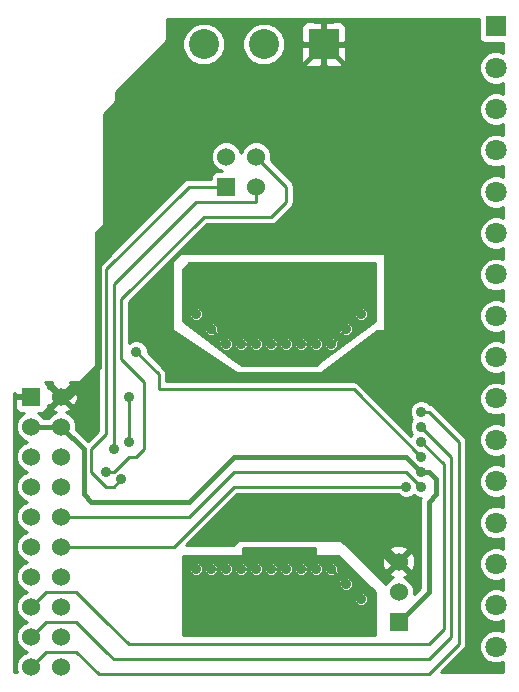
<source format=gbl>
G04 (created by PCBNEW (2013-07-07 BZR 4022)-stable) date 9/20/2014 6:20:15 AM*
%MOIN*%
G04 Gerber Fmt 3.4, Leading zero omitted, Abs format*
%FSLAX34Y34*%
G01*
G70*
G90*
G04 APERTURE LIST*
%ADD10C,0.00590551*%
%ADD11R,0.06X0.06*%
%ADD12C,0.06*%
%ADD13R,0.1X0.1*%
%ADD14C,0.1*%
%ADD15C,0.0708661*%
%ADD16R,0.0708661X0.0708661*%
%ADD17C,0.035*%
%ADD18C,0.01*%
%ADD19C,0.015748*%
G04 APERTURE END LIST*
G54D10*
G54D11*
X82250Y-57500D03*
G54D12*
X82250Y-56500D03*
X82250Y-55500D03*
G54D11*
X70000Y-50000D03*
G54D12*
X71000Y-50000D03*
X70000Y-51000D03*
X71000Y-51000D03*
X70000Y-52000D03*
X71000Y-52000D03*
X70000Y-53000D03*
X71000Y-53000D03*
X70000Y-54000D03*
X71000Y-54000D03*
X70000Y-55000D03*
X71000Y-55000D03*
X70000Y-56000D03*
X71000Y-56000D03*
X70000Y-57000D03*
X71000Y-57000D03*
X70000Y-58000D03*
X71000Y-58000D03*
X70000Y-59000D03*
X71000Y-59000D03*
G54D13*
X79750Y-38250D03*
G54D14*
X77750Y-38250D03*
X75750Y-38250D03*
G54D15*
X85500Y-58334D03*
X85500Y-56956D03*
G54D16*
X85500Y-37665D03*
G54D15*
X85500Y-39043D03*
X85500Y-40421D03*
X85500Y-41799D03*
X85500Y-43177D03*
X85500Y-44555D03*
X85500Y-45933D03*
X85500Y-47311D03*
X85500Y-48688D03*
X85500Y-50066D03*
X85500Y-51444D03*
X85500Y-52822D03*
X85500Y-54200D03*
X85500Y-55578D03*
G54D11*
X76500Y-43000D03*
G54D12*
X76500Y-42000D03*
X77500Y-43000D03*
X77500Y-42000D03*
G54D17*
X75500Y-47250D03*
X81000Y-47250D03*
X80500Y-47750D03*
X80000Y-48250D03*
X79500Y-48250D03*
X79000Y-48250D03*
X78500Y-48250D03*
X78000Y-48250D03*
X77500Y-48250D03*
X77000Y-48250D03*
X76500Y-48250D03*
X76000Y-47750D03*
X75500Y-55750D03*
X81000Y-56750D03*
X80500Y-56250D03*
X80000Y-55750D03*
X79500Y-55750D03*
X79000Y-55750D03*
X78500Y-55750D03*
X78000Y-55750D03*
X77500Y-55750D03*
X77000Y-55750D03*
X76500Y-55750D03*
X76000Y-55750D03*
X83000Y-52500D03*
X83000Y-51500D03*
X73250Y-50000D03*
X73250Y-51500D03*
X82500Y-53000D03*
X83000Y-53000D03*
X83000Y-51000D03*
X83000Y-50500D03*
X73500Y-48500D03*
X83000Y-52000D03*
X72500Y-52500D03*
X73000Y-52750D03*
X72750Y-51750D03*
X75750Y-54750D03*
X75500Y-49000D03*
X81000Y-49000D03*
G54D18*
X80000Y-48250D02*
X80500Y-47750D01*
X79000Y-48250D02*
X79500Y-48250D01*
X78000Y-48250D02*
X78500Y-48250D01*
X77000Y-48250D02*
X77500Y-48250D01*
X76000Y-47750D02*
X76500Y-48250D01*
X80000Y-55750D02*
X80500Y-56250D01*
X79000Y-55750D02*
X79500Y-55750D01*
X78000Y-55750D02*
X78500Y-55750D01*
X77000Y-55750D02*
X77500Y-55750D01*
X76000Y-55750D02*
X76500Y-55750D01*
G54D19*
X70000Y-51000D02*
X71000Y-51000D01*
X83000Y-52500D02*
X82500Y-52000D01*
X82500Y-52000D02*
X76750Y-52000D01*
X76750Y-52000D02*
X75250Y-53500D01*
X75250Y-53500D02*
X72000Y-53500D01*
X72000Y-53500D02*
X71750Y-53250D01*
X71750Y-53250D02*
X71750Y-51750D01*
X71750Y-51750D02*
X71000Y-51000D01*
X82250Y-57500D02*
X83250Y-56500D01*
X83250Y-52500D02*
X83000Y-52500D01*
X83500Y-52750D02*
X83250Y-52500D01*
X83500Y-53250D02*
X83500Y-52750D01*
X83250Y-53500D02*
X83500Y-53250D01*
X83250Y-56500D02*
X83250Y-53500D01*
G54D18*
X72500Y-57500D02*
X71500Y-56500D01*
X70500Y-56500D02*
X70000Y-57000D01*
X71500Y-56500D02*
X70500Y-56500D01*
X83000Y-51500D02*
X83750Y-52250D01*
X73250Y-58250D02*
X72500Y-57500D01*
X83250Y-58250D02*
X73250Y-58250D01*
X83750Y-57750D02*
X83250Y-58250D01*
X83750Y-52250D02*
X83750Y-57750D01*
X73250Y-51500D02*
X73250Y-50000D01*
X82500Y-53000D02*
X76750Y-53000D01*
X74750Y-55000D02*
X71000Y-55000D01*
X76750Y-53000D02*
X74750Y-55000D01*
X83000Y-53000D02*
X82500Y-52500D01*
X75250Y-54000D02*
X71000Y-54000D01*
X76750Y-52500D02*
X75250Y-54000D01*
X82500Y-52500D02*
X76750Y-52500D01*
X72500Y-58500D02*
X71500Y-57500D01*
X70500Y-57500D02*
X70000Y-58000D01*
X71500Y-57500D02*
X70500Y-57500D01*
X83000Y-51000D02*
X84000Y-52000D01*
X72750Y-58750D02*
X72500Y-58500D01*
X83250Y-58750D02*
X72750Y-58750D01*
X84000Y-58000D02*
X83250Y-58750D01*
X84000Y-52000D02*
X84000Y-58000D01*
X72250Y-59250D02*
X71500Y-58500D01*
X83250Y-50500D02*
X84250Y-51500D01*
X84250Y-51500D02*
X84250Y-58250D01*
X84250Y-58250D02*
X83250Y-59250D01*
X83250Y-59250D02*
X72250Y-59250D01*
X83000Y-50500D02*
X83250Y-50500D01*
X70500Y-58500D02*
X70000Y-59000D01*
X71500Y-58500D02*
X70500Y-58500D01*
X74250Y-49750D02*
X74250Y-49250D01*
X74250Y-49250D02*
X73500Y-48500D01*
X80750Y-49750D02*
X74250Y-49750D01*
X83000Y-52000D02*
X80750Y-49750D01*
X73000Y-48250D02*
X73000Y-46750D01*
X75750Y-44000D02*
X77250Y-44000D01*
X73000Y-46750D02*
X75750Y-44000D01*
X72500Y-52500D02*
X72750Y-52500D01*
X78500Y-43000D02*
X77500Y-42000D01*
X77250Y-44000D02*
X78000Y-44000D01*
X78000Y-44000D02*
X78500Y-43500D01*
X78500Y-43500D02*
X78500Y-43000D01*
X73000Y-48750D02*
X73000Y-48250D01*
X73750Y-49500D02*
X73000Y-48750D01*
X73750Y-51750D02*
X73750Y-49500D01*
X73500Y-52000D02*
X73750Y-51750D01*
X73250Y-52000D02*
X73500Y-52000D01*
X72750Y-52500D02*
X73250Y-52000D01*
X76500Y-43000D02*
X75250Y-43000D01*
X72500Y-45750D02*
X72500Y-47500D01*
X75250Y-43000D02*
X72500Y-45750D01*
X72500Y-47500D02*
X72500Y-51250D01*
X72500Y-51250D02*
X72000Y-51750D01*
X72000Y-51750D02*
X72000Y-52500D01*
X72000Y-52500D02*
X72500Y-53000D01*
X72500Y-53000D02*
X72750Y-53000D01*
X72750Y-53000D02*
X73000Y-52750D01*
X77500Y-43000D02*
X77500Y-43500D01*
X72750Y-46250D02*
X72750Y-48000D01*
X75500Y-43500D02*
X72750Y-46250D01*
X77500Y-43500D02*
X75500Y-43500D01*
X72750Y-48750D02*
X72750Y-48000D01*
X72750Y-51750D02*
X72750Y-49500D01*
X72750Y-49500D02*
X72750Y-48750D01*
G54D19*
X71000Y-50000D02*
X71250Y-50000D01*
X78500Y-39500D02*
X79750Y-38250D01*
X74500Y-39500D02*
X78500Y-39500D01*
X72500Y-41500D02*
X74500Y-39500D01*
X72500Y-45000D02*
X72500Y-41500D01*
X72250Y-45250D02*
X72500Y-45000D01*
X72250Y-49000D02*
X72250Y-45250D01*
X71250Y-50000D02*
X72250Y-49000D01*
X75750Y-54750D02*
X81250Y-54750D01*
X81250Y-54750D02*
X82000Y-55500D01*
X82000Y-55500D02*
X82250Y-55500D01*
X80750Y-49250D02*
X81000Y-49000D01*
X75750Y-49250D02*
X80750Y-49250D01*
X75500Y-49000D02*
X75750Y-49250D01*
X82000Y-40500D02*
X79750Y-38250D01*
X81000Y-49000D02*
X82000Y-48000D01*
X82000Y-48000D02*
X82000Y-40500D01*
G54D10*
G36*
X81450Y-47475D02*
X81229Y-47640D01*
X81229Y-47204D01*
X81194Y-47120D01*
X81130Y-47055D01*
X81045Y-47020D01*
X80954Y-47020D01*
X80870Y-47055D01*
X80805Y-47119D01*
X80770Y-47204D01*
X80770Y-47295D01*
X80805Y-47379D01*
X80869Y-47444D01*
X80954Y-47479D01*
X81045Y-47479D01*
X81129Y-47444D01*
X81194Y-47380D01*
X81229Y-47295D01*
X81229Y-47204D01*
X81229Y-47640D01*
X80729Y-48015D01*
X80729Y-47704D01*
X80694Y-47620D01*
X80630Y-47555D01*
X80545Y-47520D01*
X80454Y-47520D01*
X80370Y-47555D01*
X80305Y-47619D01*
X80270Y-47704D01*
X80270Y-47795D01*
X80280Y-47821D01*
X80071Y-48030D01*
X80045Y-48020D01*
X79954Y-48020D01*
X79870Y-48055D01*
X79805Y-48119D01*
X79770Y-48204D01*
X79770Y-48295D01*
X79805Y-48379D01*
X79869Y-48444D01*
X79954Y-48479D01*
X80045Y-48479D01*
X80129Y-48444D01*
X80194Y-48380D01*
X80229Y-48295D01*
X80229Y-48204D01*
X80219Y-48178D01*
X80428Y-47969D01*
X80454Y-47979D01*
X80545Y-47979D01*
X80629Y-47944D01*
X80694Y-47880D01*
X80729Y-47795D01*
X80729Y-47704D01*
X80729Y-48015D01*
X79729Y-48765D01*
X79729Y-48204D01*
X79694Y-48120D01*
X79630Y-48055D01*
X79545Y-48020D01*
X79454Y-48020D01*
X79370Y-48055D01*
X79305Y-48119D01*
X79294Y-48145D01*
X79205Y-48145D01*
X79194Y-48120D01*
X79130Y-48055D01*
X79045Y-48020D01*
X78954Y-48020D01*
X78870Y-48055D01*
X78805Y-48119D01*
X78770Y-48204D01*
X78770Y-48295D01*
X78805Y-48379D01*
X78869Y-48444D01*
X78954Y-48479D01*
X79045Y-48479D01*
X79129Y-48444D01*
X79194Y-48380D01*
X79205Y-48354D01*
X79294Y-48354D01*
X79305Y-48379D01*
X79369Y-48444D01*
X79454Y-48479D01*
X79545Y-48479D01*
X79629Y-48444D01*
X79694Y-48380D01*
X79729Y-48295D01*
X79729Y-48204D01*
X79729Y-48765D01*
X79483Y-48950D01*
X78729Y-48950D01*
X78729Y-48204D01*
X78694Y-48120D01*
X78630Y-48055D01*
X78545Y-48020D01*
X78454Y-48020D01*
X78370Y-48055D01*
X78305Y-48119D01*
X78294Y-48145D01*
X78205Y-48145D01*
X78194Y-48120D01*
X78130Y-48055D01*
X78045Y-48020D01*
X77954Y-48020D01*
X77870Y-48055D01*
X77805Y-48119D01*
X77770Y-48204D01*
X77770Y-48295D01*
X77805Y-48379D01*
X77869Y-48444D01*
X77954Y-48479D01*
X78045Y-48479D01*
X78129Y-48444D01*
X78194Y-48380D01*
X78205Y-48354D01*
X78294Y-48354D01*
X78305Y-48379D01*
X78369Y-48444D01*
X78454Y-48479D01*
X78545Y-48479D01*
X78629Y-48444D01*
X78694Y-48380D01*
X78729Y-48295D01*
X78729Y-48204D01*
X78729Y-48950D01*
X77729Y-48950D01*
X77729Y-48204D01*
X77694Y-48120D01*
X77630Y-48055D01*
X77545Y-48020D01*
X77454Y-48020D01*
X77370Y-48055D01*
X77305Y-48119D01*
X77294Y-48145D01*
X77205Y-48145D01*
X77194Y-48120D01*
X77130Y-48055D01*
X77045Y-48020D01*
X76954Y-48020D01*
X76870Y-48055D01*
X76805Y-48119D01*
X76770Y-48204D01*
X76770Y-48295D01*
X76805Y-48379D01*
X76869Y-48444D01*
X76954Y-48479D01*
X77045Y-48479D01*
X77129Y-48444D01*
X77194Y-48380D01*
X77205Y-48354D01*
X77294Y-48354D01*
X77305Y-48379D01*
X77369Y-48444D01*
X77454Y-48479D01*
X77545Y-48479D01*
X77629Y-48444D01*
X77694Y-48380D01*
X77729Y-48295D01*
X77729Y-48204D01*
X77729Y-48950D01*
X77016Y-48950D01*
X76729Y-48734D01*
X76729Y-48204D01*
X76694Y-48120D01*
X76630Y-48055D01*
X76545Y-48020D01*
X76454Y-48020D01*
X76428Y-48030D01*
X76219Y-47821D01*
X76229Y-47795D01*
X76229Y-47704D01*
X76194Y-47620D01*
X76130Y-47555D01*
X76045Y-47520D01*
X75954Y-47520D01*
X75870Y-47555D01*
X75805Y-47619D01*
X75770Y-47704D01*
X75770Y-47795D01*
X75805Y-47879D01*
X75869Y-47944D01*
X75954Y-47979D01*
X76045Y-47979D01*
X76071Y-47969D01*
X76280Y-48178D01*
X76270Y-48204D01*
X76270Y-48295D01*
X76305Y-48379D01*
X76369Y-48444D01*
X76454Y-48479D01*
X76545Y-48479D01*
X76629Y-48444D01*
X76694Y-48380D01*
X76729Y-48295D01*
X76729Y-48204D01*
X76729Y-48734D01*
X75729Y-47984D01*
X75729Y-47204D01*
X75694Y-47120D01*
X75630Y-47055D01*
X75545Y-47020D01*
X75454Y-47020D01*
X75370Y-47055D01*
X75305Y-47119D01*
X75270Y-47204D01*
X75270Y-47295D01*
X75305Y-47379D01*
X75369Y-47444D01*
X75454Y-47479D01*
X75545Y-47479D01*
X75629Y-47444D01*
X75694Y-47380D01*
X75729Y-47295D01*
X75729Y-47204D01*
X75729Y-47984D01*
X75050Y-47475D01*
X75050Y-45770D01*
X75270Y-45550D01*
X81450Y-45550D01*
X81450Y-47475D01*
X81450Y-47475D01*
G37*
G54D18*
X81450Y-47475D02*
X81229Y-47640D01*
X81229Y-47204D01*
X81194Y-47120D01*
X81130Y-47055D01*
X81045Y-47020D01*
X80954Y-47020D01*
X80870Y-47055D01*
X80805Y-47119D01*
X80770Y-47204D01*
X80770Y-47295D01*
X80805Y-47379D01*
X80869Y-47444D01*
X80954Y-47479D01*
X81045Y-47479D01*
X81129Y-47444D01*
X81194Y-47380D01*
X81229Y-47295D01*
X81229Y-47204D01*
X81229Y-47640D01*
X80729Y-48015D01*
X80729Y-47704D01*
X80694Y-47620D01*
X80630Y-47555D01*
X80545Y-47520D01*
X80454Y-47520D01*
X80370Y-47555D01*
X80305Y-47619D01*
X80270Y-47704D01*
X80270Y-47795D01*
X80280Y-47821D01*
X80071Y-48030D01*
X80045Y-48020D01*
X79954Y-48020D01*
X79870Y-48055D01*
X79805Y-48119D01*
X79770Y-48204D01*
X79770Y-48295D01*
X79805Y-48379D01*
X79869Y-48444D01*
X79954Y-48479D01*
X80045Y-48479D01*
X80129Y-48444D01*
X80194Y-48380D01*
X80229Y-48295D01*
X80229Y-48204D01*
X80219Y-48178D01*
X80428Y-47969D01*
X80454Y-47979D01*
X80545Y-47979D01*
X80629Y-47944D01*
X80694Y-47880D01*
X80729Y-47795D01*
X80729Y-47704D01*
X80729Y-48015D01*
X79729Y-48765D01*
X79729Y-48204D01*
X79694Y-48120D01*
X79630Y-48055D01*
X79545Y-48020D01*
X79454Y-48020D01*
X79370Y-48055D01*
X79305Y-48119D01*
X79294Y-48145D01*
X79205Y-48145D01*
X79194Y-48120D01*
X79130Y-48055D01*
X79045Y-48020D01*
X78954Y-48020D01*
X78870Y-48055D01*
X78805Y-48119D01*
X78770Y-48204D01*
X78770Y-48295D01*
X78805Y-48379D01*
X78869Y-48444D01*
X78954Y-48479D01*
X79045Y-48479D01*
X79129Y-48444D01*
X79194Y-48380D01*
X79205Y-48354D01*
X79294Y-48354D01*
X79305Y-48379D01*
X79369Y-48444D01*
X79454Y-48479D01*
X79545Y-48479D01*
X79629Y-48444D01*
X79694Y-48380D01*
X79729Y-48295D01*
X79729Y-48204D01*
X79729Y-48765D01*
X79483Y-48950D01*
X78729Y-48950D01*
X78729Y-48204D01*
X78694Y-48120D01*
X78630Y-48055D01*
X78545Y-48020D01*
X78454Y-48020D01*
X78370Y-48055D01*
X78305Y-48119D01*
X78294Y-48145D01*
X78205Y-48145D01*
X78194Y-48120D01*
X78130Y-48055D01*
X78045Y-48020D01*
X77954Y-48020D01*
X77870Y-48055D01*
X77805Y-48119D01*
X77770Y-48204D01*
X77770Y-48295D01*
X77805Y-48379D01*
X77869Y-48444D01*
X77954Y-48479D01*
X78045Y-48479D01*
X78129Y-48444D01*
X78194Y-48380D01*
X78205Y-48354D01*
X78294Y-48354D01*
X78305Y-48379D01*
X78369Y-48444D01*
X78454Y-48479D01*
X78545Y-48479D01*
X78629Y-48444D01*
X78694Y-48380D01*
X78729Y-48295D01*
X78729Y-48204D01*
X78729Y-48950D01*
X77729Y-48950D01*
X77729Y-48204D01*
X77694Y-48120D01*
X77630Y-48055D01*
X77545Y-48020D01*
X77454Y-48020D01*
X77370Y-48055D01*
X77305Y-48119D01*
X77294Y-48145D01*
X77205Y-48145D01*
X77194Y-48120D01*
X77130Y-48055D01*
X77045Y-48020D01*
X76954Y-48020D01*
X76870Y-48055D01*
X76805Y-48119D01*
X76770Y-48204D01*
X76770Y-48295D01*
X76805Y-48379D01*
X76869Y-48444D01*
X76954Y-48479D01*
X77045Y-48479D01*
X77129Y-48444D01*
X77194Y-48380D01*
X77205Y-48354D01*
X77294Y-48354D01*
X77305Y-48379D01*
X77369Y-48444D01*
X77454Y-48479D01*
X77545Y-48479D01*
X77629Y-48444D01*
X77694Y-48380D01*
X77729Y-48295D01*
X77729Y-48204D01*
X77729Y-48950D01*
X77016Y-48950D01*
X76729Y-48734D01*
X76729Y-48204D01*
X76694Y-48120D01*
X76630Y-48055D01*
X76545Y-48020D01*
X76454Y-48020D01*
X76428Y-48030D01*
X76219Y-47821D01*
X76229Y-47795D01*
X76229Y-47704D01*
X76194Y-47620D01*
X76130Y-47555D01*
X76045Y-47520D01*
X75954Y-47520D01*
X75870Y-47555D01*
X75805Y-47619D01*
X75770Y-47704D01*
X75770Y-47795D01*
X75805Y-47879D01*
X75869Y-47944D01*
X75954Y-47979D01*
X76045Y-47979D01*
X76071Y-47969D01*
X76280Y-48178D01*
X76270Y-48204D01*
X76270Y-48295D01*
X76305Y-48379D01*
X76369Y-48444D01*
X76454Y-48479D01*
X76545Y-48479D01*
X76629Y-48444D01*
X76694Y-48380D01*
X76729Y-48295D01*
X76729Y-48204D01*
X76729Y-48734D01*
X75729Y-47984D01*
X75729Y-47204D01*
X75694Y-47120D01*
X75630Y-47055D01*
X75545Y-47020D01*
X75454Y-47020D01*
X75370Y-47055D01*
X75305Y-47119D01*
X75270Y-47204D01*
X75270Y-47295D01*
X75305Y-47379D01*
X75369Y-47444D01*
X75454Y-47479D01*
X75545Y-47479D01*
X75629Y-47444D01*
X75694Y-47380D01*
X75729Y-47295D01*
X75729Y-47204D01*
X75729Y-47984D01*
X75050Y-47475D01*
X75050Y-45770D01*
X75270Y-45550D01*
X81450Y-45550D01*
X81450Y-47475D01*
G54D10*
G36*
X81450Y-57950D02*
X81229Y-57950D01*
X81229Y-56704D01*
X81194Y-56620D01*
X81130Y-56555D01*
X81045Y-56520D01*
X80954Y-56520D01*
X80870Y-56555D01*
X80805Y-56619D01*
X80770Y-56704D01*
X80770Y-56795D01*
X80805Y-56879D01*
X80869Y-56944D01*
X80954Y-56979D01*
X81045Y-56979D01*
X81129Y-56944D01*
X81194Y-56880D01*
X81229Y-56795D01*
X81229Y-56704D01*
X81229Y-57950D01*
X80729Y-57950D01*
X80729Y-56204D01*
X80694Y-56120D01*
X80630Y-56055D01*
X80545Y-56020D01*
X80454Y-56020D01*
X80428Y-56030D01*
X80219Y-55821D01*
X80229Y-55795D01*
X80229Y-55704D01*
X80194Y-55620D01*
X80130Y-55555D01*
X80045Y-55520D01*
X79954Y-55520D01*
X79870Y-55555D01*
X79805Y-55619D01*
X79770Y-55704D01*
X79770Y-55795D01*
X79805Y-55879D01*
X79869Y-55944D01*
X79954Y-55979D01*
X80045Y-55979D01*
X80071Y-55969D01*
X80280Y-56178D01*
X80270Y-56204D01*
X80270Y-56295D01*
X80305Y-56379D01*
X80369Y-56444D01*
X80454Y-56479D01*
X80545Y-56479D01*
X80629Y-56444D01*
X80694Y-56380D01*
X80729Y-56295D01*
X80729Y-56204D01*
X80729Y-57950D01*
X79729Y-57950D01*
X79729Y-55704D01*
X79694Y-55620D01*
X79630Y-55555D01*
X79545Y-55520D01*
X79454Y-55520D01*
X79370Y-55555D01*
X79305Y-55619D01*
X79294Y-55645D01*
X79205Y-55645D01*
X79194Y-55620D01*
X79130Y-55555D01*
X79045Y-55520D01*
X78954Y-55520D01*
X78870Y-55555D01*
X78805Y-55619D01*
X78770Y-55704D01*
X78770Y-55795D01*
X78805Y-55879D01*
X78869Y-55944D01*
X78954Y-55979D01*
X79045Y-55979D01*
X79129Y-55944D01*
X79194Y-55880D01*
X79205Y-55854D01*
X79294Y-55854D01*
X79305Y-55879D01*
X79369Y-55944D01*
X79454Y-55979D01*
X79545Y-55979D01*
X79629Y-55944D01*
X79694Y-55880D01*
X79729Y-55795D01*
X79729Y-55704D01*
X79729Y-57950D01*
X78729Y-57950D01*
X78729Y-55704D01*
X78694Y-55620D01*
X78630Y-55555D01*
X78545Y-55520D01*
X78454Y-55520D01*
X78370Y-55555D01*
X78305Y-55619D01*
X78294Y-55645D01*
X78205Y-55645D01*
X78194Y-55620D01*
X78130Y-55555D01*
X78045Y-55520D01*
X77954Y-55520D01*
X77870Y-55555D01*
X77805Y-55619D01*
X77770Y-55704D01*
X77770Y-55795D01*
X77805Y-55879D01*
X77869Y-55944D01*
X77954Y-55979D01*
X78045Y-55979D01*
X78129Y-55944D01*
X78194Y-55880D01*
X78205Y-55854D01*
X78294Y-55854D01*
X78305Y-55879D01*
X78369Y-55944D01*
X78454Y-55979D01*
X78545Y-55979D01*
X78629Y-55944D01*
X78694Y-55880D01*
X78729Y-55795D01*
X78729Y-55704D01*
X78729Y-57950D01*
X77729Y-57950D01*
X77729Y-55704D01*
X77694Y-55620D01*
X77630Y-55555D01*
X77545Y-55520D01*
X77454Y-55520D01*
X77370Y-55555D01*
X77305Y-55619D01*
X77294Y-55645D01*
X77205Y-55645D01*
X77194Y-55620D01*
X77130Y-55555D01*
X77045Y-55520D01*
X76954Y-55520D01*
X76870Y-55555D01*
X76805Y-55619D01*
X76770Y-55704D01*
X76770Y-55795D01*
X76805Y-55879D01*
X76869Y-55944D01*
X76954Y-55979D01*
X77045Y-55979D01*
X77129Y-55944D01*
X77194Y-55880D01*
X77205Y-55854D01*
X77294Y-55854D01*
X77305Y-55879D01*
X77369Y-55944D01*
X77454Y-55979D01*
X77545Y-55979D01*
X77629Y-55944D01*
X77694Y-55880D01*
X77729Y-55795D01*
X77729Y-55704D01*
X77729Y-57950D01*
X76729Y-57950D01*
X76729Y-55704D01*
X76694Y-55620D01*
X76630Y-55555D01*
X76545Y-55520D01*
X76454Y-55520D01*
X76370Y-55555D01*
X76305Y-55619D01*
X76294Y-55645D01*
X76205Y-55645D01*
X76194Y-55620D01*
X76130Y-55555D01*
X76045Y-55520D01*
X75954Y-55520D01*
X75870Y-55555D01*
X75805Y-55619D01*
X75770Y-55704D01*
X75770Y-55795D01*
X75805Y-55879D01*
X75869Y-55944D01*
X75954Y-55979D01*
X76045Y-55979D01*
X76129Y-55944D01*
X76194Y-55880D01*
X76205Y-55854D01*
X76294Y-55854D01*
X76305Y-55879D01*
X76369Y-55944D01*
X76454Y-55979D01*
X76545Y-55979D01*
X76629Y-55944D01*
X76694Y-55880D01*
X76729Y-55795D01*
X76729Y-55704D01*
X76729Y-57950D01*
X75729Y-57950D01*
X75729Y-55704D01*
X75694Y-55620D01*
X75630Y-55555D01*
X75545Y-55520D01*
X75454Y-55520D01*
X75370Y-55555D01*
X75305Y-55619D01*
X75270Y-55704D01*
X75270Y-55795D01*
X75305Y-55879D01*
X75369Y-55944D01*
X75454Y-55979D01*
X75545Y-55979D01*
X75629Y-55944D01*
X75694Y-55880D01*
X75729Y-55795D01*
X75729Y-55704D01*
X75729Y-57950D01*
X75050Y-57950D01*
X75050Y-55300D01*
X77050Y-55300D01*
X77050Y-55050D01*
X79450Y-55050D01*
X79450Y-55300D01*
X80229Y-55300D01*
X81450Y-56520D01*
X81450Y-57950D01*
X81450Y-57950D01*
G37*
G54D18*
X81450Y-57950D02*
X81229Y-57950D01*
X81229Y-56704D01*
X81194Y-56620D01*
X81130Y-56555D01*
X81045Y-56520D01*
X80954Y-56520D01*
X80870Y-56555D01*
X80805Y-56619D01*
X80770Y-56704D01*
X80770Y-56795D01*
X80805Y-56879D01*
X80869Y-56944D01*
X80954Y-56979D01*
X81045Y-56979D01*
X81129Y-56944D01*
X81194Y-56880D01*
X81229Y-56795D01*
X81229Y-56704D01*
X81229Y-57950D01*
X80729Y-57950D01*
X80729Y-56204D01*
X80694Y-56120D01*
X80630Y-56055D01*
X80545Y-56020D01*
X80454Y-56020D01*
X80428Y-56030D01*
X80219Y-55821D01*
X80229Y-55795D01*
X80229Y-55704D01*
X80194Y-55620D01*
X80130Y-55555D01*
X80045Y-55520D01*
X79954Y-55520D01*
X79870Y-55555D01*
X79805Y-55619D01*
X79770Y-55704D01*
X79770Y-55795D01*
X79805Y-55879D01*
X79869Y-55944D01*
X79954Y-55979D01*
X80045Y-55979D01*
X80071Y-55969D01*
X80280Y-56178D01*
X80270Y-56204D01*
X80270Y-56295D01*
X80305Y-56379D01*
X80369Y-56444D01*
X80454Y-56479D01*
X80545Y-56479D01*
X80629Y-56444D01*
X80694Y-56380D01*
X80729Y-56295D01*
X80729Y-56204D01*
X80729Y-57950D01*
X79729Y-57950D01*
X79729Y-55704D01*
X79694Y-55620D01*
X79630Y-55555D01*
X79545Y-55520D01*
X79454Y-55520D01*
X79370Y-55555D01*
X79305Y-55619D01*
X79294Y-55645D01*
X79205Y-55645D01*
X79194Y-55620D01*
X79130Y-55555D01*
X79045Y-55520D01*
X78954Y-55520D01*
X78870Y-55555D01*
X78805Y-55619D01*
X78770Y-55704D01*
X78770Y-55795D01*
X78805Y-55879D01*
X78869Y-55944D01*
X78954Y-55979D01*
X79045Y-55979D01*
X79129Y-55944D01*
X79194Y-55880D01*
X79205Y-55854D01*
X79294Y-55854D01*
X79305Y-55879D01*
X79369Y-55944D01*
X79454Y-55979D01*
X79545Y-55979D01*
X79629Y-55944D01*
X79694Y-55880D01*
X79729Y-55795D01*
X79729Y-55704D01*
X79729Y-57950D01*
X78729Y-57950D01*
X78729Y-55704D01*
X78694Y-55620D01*
X78630Y-55555D01*
X78545Y-55520D01*
X78454Y-55520D01*
X78370Y-55555D01*
X78305Y-55619D01*
X78294Y-55645D01*
X78205Y-55645D01*
X78194Y-55620D01*
X78130Y-55555D01*
X78045Y-55520D01*
X77954Y-55520D01*
X77870Y-55555D01*
X77805Y-55619D01*
X77770Y-55704D01*
X77770Y-55795D01*
X77805Y-55879D01*
X77869Y-55944D01*
X77954Y-55979D01*
X78045Y-55979D01*
X78129Y-55944D01*
X78194Y-55880D01*
X78205Y-55854D01*
X78294Y-55854D01*
X78305Y-55879D01*
X78369Y-55944D01*
X78454Y-55979D01*
X78545Y-55979D01*
X78629Y-55944D01*
X78694Y-55880D01*
X78729Y-55795D01*
X78729Y-55704D01*
X78729Y-57950D01*
X77729Y-57950D01*
X77729Y-55704D01*
X77694Y-55620D01*
X77630Y-55555D01*
X77545Y-55520D01*
X77454Y-55520D01*
X77370Y-55555D01*
X77305Y-55619D01*
X77294Y-55645D01*
X77205Y-55645D01*
X77194Y-55620D01*
X77130Y-55555D01*
X77045Y-55520D01*
X76954Y-55520D01*
X76870Y-55555D01*
X76805Y-55619D01*
X76770Y-55704D01*
X76770Y-55795D01*
X76805Y-55879D01*
X76869Y-55944D01*
X76954Y-55979D01*
X77045Y-55979D01*
X77129Y-55944D01*
X77194Y-55880D01*
X77205Y-55854D01*
X77294Y-55854D01*
X77305Y-55879D01*
X77369Y-55944D01*
X77454Y-55979D01*
X77545Y-55979D01*
X77629Y-55944D01*
X77694Y-55880D01*
X77729Y-55795D01*
X77729Y-55704D01*
X77729Y-57950D01*
X76729Y-57950D01*
X76729Y-55704D01*
X76694Y-55620D01*
X76630Y-55555D01*
X76545Y-55520D01*
X76454Y-55520D01*
X76370Y-55555D01*
X76305Y-55619D01*
X76294Y-55645D01*
X76205Y-55645D01*
X76194Y-55620D01*
X76130Y-55555D01*
X76045Y-55520D01*
X75954Y-55520D01*
X75870Y-55555D01*
X75805Y-55619D01*
X75770Y-55704D01*
X75770Y-55795D01*
X75805Y-55879D01*
X75869Y-55944D01*
X75954Y-55979D01*
X76045Y-55979D01*
X76129Y-55944D01*
X76194Y-55880D01*
X76205Y-55854D01*
X76294Y-55854D01*
X76305Y-55879D01*
X76369Y-55944D01*
X76454Y-55979D01*
X76545Y-55979D01*
X76629Y-55944D01*
X76694Y-55880D01*
X76729Y-55795D01*
X76729Y-55704D01*
X76729Y-57950D01*
X75729Y-57950D01*
X75729Y-55704D01*
X75694Y-55620D01*
X75630Y-55555D01*
X75545Y-55520D01*
X75454Y-55520D01*
X75370Y-55555D01*
X75305Y-55619D01*
X75270Y-55704D01*
X75270Y-55795D01*
X75305Y-55879D01*
X75369Y-55944D01*
X75454Y-55979D01*
X75545Y-55979D01*
X75629Y-55944D01*
X75694Y-55880D01*
X75729Y-55795D01*
X75729Y-55704D01*
X75729Y-57950D01*
X75050Y-57950D01*
X75050Y-55300D01*
X77050Y-55300D01*
X77050Y-55050D01*
X79450Y-55050D01*
X79450Y-55300D01*
X80229Y-55300D01*
X81450Y-56520D01*
X81450Y-57950D01*
G54D10*
G36*
X70057Y-50050D02*
X70050Y-50050D01*
X70050Y-50057D01*
X69950Y-50057D01*
X69950Y-50050D01*
X69512Y-50050D01*
X69450Y-50112D01*
X69449Y-50349D01*
X69487Y-50441D01*
X69558Y-50511D01*
X69650Y-50549D01*
X69749Y-50550D01*
X69760Y-50550D01*
X69712Y-50569D01*
X69570Y-50712D01*
X69492Y-50898D01*
X69492Y-51100D01*
X69569Y-51287D01*
X69712Y-51429D01*
X69880Y-51500D01*
X69712Y-51569D01*
X69570Y-51712D01*
X69492Y-51898D01*
X69492Y-52100D01*
X69569Y-52287D01*
X69712Y-52429D01*
X69880Y-52500D01*
X69712Y-52569D01*
X69570Y-52712D01*
X69492Y-52898D01*
X69492Y-53100D01*
X69569Y-53287D01*
X69712Y-53429D01*
X69880Y-53500D01*
X69712Y-53569D01*
X69570Y-53712D01*
X69492Y-53898D01*
X69492Y-54100D01*
X69569Y-54287D01*
X69712Y-54429D01*
X69880Y-54500D01*
X69712Y-54569D01*
X69570Y-54712D01*
X69492Y-54898D01*
X69492Y-55100D01*
X69569Y-55287D01*
X69712Y-55429D01*
X69880Y-55500D01*
X69712Y-55569D01*
X69570Y-55712D01*
X69492Y-55898D01*
X69492Y-56100D01*
X69569Y-56287D01*
X69712Y-56429D01*
X69880Y-56500D01*
X69712Y-56569D01*
X69570Y-56712D01*
X69492Y-56898D01*
X69492Y-57100D01*
X69569Y-57287D01*
X69712Y-57429D01*
X69880Y-57500D01*
X69712Y-57569D01*
X69570Y-57712D01*
X69492Y-57898D01*
X69492Y-58100D01*
X69569Y-58287D01*
X69712Y-58429D01*
X69880Y-58500D01*
X69712Y-58569D01*
X69570Y-58712D01*
X69492Y-58898D01*
X69492Y-59100D01*
X69530Y-59192D01*
X69427Y-59192D01*
X69427Y-49894D01*
X69449Y-49871D01*
X69450Y-49887D01*
X69512Y-49950D01*
X69950Y-49950D01*
X69950Y-49942D01*
X70050Y-49942D01*
X70050Y-49950D01*
X70057Y-49950D01*
X70057Y-50050D01*
X70057Y-50050D01*
G37*
G54D18*
X70057Y-50050D02*
X70050Y-50050D01*
X70050Y-50057D01*
X69950Y-50057D01*
X69950Y-50050D01*
X69512Y-50050D01*
X69450Y-50112D01*
X69449Y-50349D01*
X69487Y-50441D01*
X69558Y-50511D01*
X69650Y-50549D01*
X69749Y-50550D01*
X69760Y-50550D01*
X69712Y-50569D01*
X69570Y-50712D01*
X69492Y-50898D01*
X69492Y-51100D01*
X69569Y-51287D01*
X69712Y-51429D01*
X69880Y-51500D01*
X69712Y-51569D01*
X69570Y-51712D01*
X69492Y-51898D01*
X69492Y-52100D01*
X69569Y-52287D01*
X69712Y-52429D01*
X69880Y-52500D01*
X69712Y-52569D01*
X69570Y-52712D01*
X69492Y-52898D01*
X69492Y-53100D01*
X69569Y-53287D01*
X69712Y-53429D01*
X69880Y-53500D01*
X69712Y-53569D01*
X69570Y-53712D01*
X69492Y-53898D01*
X69492Y-54100D01*
X69569Y-54287D01*
X69712Y-54429D01*
X69880Y-54500D01*
X69712Y-54569D01*
X69570Y-54712D01*
X69492Y-54898D01*
X69492Y-55100D01*
X69569Y-55287D01*
X69712Y-55429D01*
X69880Y-55500D01*
X69712Y-55569D01*
X69570Y-55712D01*
X69492Y-55898D01*
X69492Y-56100D01*
X69569Y-56287D01*
X69712Y-56429D01*
X69880Y-56500D01*
X69712Y-56569D01*
X69570Y-56712D01*
X69492Y-56898D01*
X69492Y-57100D01*
X69569Y-57287D01*
X69712Y-57429D01*
X69880Y-57500D01*
X69712Y-57569D01*
X69570Y-57712D01*
X69492Y-57898D01*
X69492Y-58100D01*
X69569Y-58287D01*
X69712Y-58429D01*
X69880Y-58500D01*
X69712Y-58569D01*
X69570Y-58712D01*
X69492Y-58898D01*
X69492Y-59100D01*
X69530Y-59192D01*
X69427Y-59192D01*
X69427Y-49894D01*
X69449Y-49871D01*
X69450Y-49887D01*
X69512Y-49950D01*
X69950Y-49950D01*
X69950Y-49942D01*
X70050Y-49942D01*
X70050Y-49950D01*
X70057Y-49950D01*
X70057Y-50050D01*
G54D10*
G36*
X82990Y-53382D02*
X82985Y-53390D01*
X82981Y-53408D01*
X82963Y-53500D01*
X82963Y-53500D01*
X82963Y-56381D01*
X82804Y-56540D01*
X82804Y-55581D01*
X82793Y-55363D01*
X82731Y-55212D01*
X82635Y-55184D01*
X82565Y-55255D01*
X82565Y-55114D01*
X82537Y-55018D01*
X82331Y-54945D01*
X82113Y-54956D01*
X81962Y-55018D01*
X81934Y-55114D01*
X82250Y-55429D01*
X82565Y-55114D01*
X82565Y-55255D01*
X82320Y-55500D01*
X82635Y-55815D01*
X82731Y-55787D01*
X82804Y-55581D01*
X82804Y-56540D01*
X82757Y-56587D01*
X82757Y-56399D01*
X82680Y-56212D01*
X82537Y-56070D01*
X82430Y-56025D01*
X82537Y-55981D01*
X82565Y-55885D01*
X82250Y-55570D01*
X82179Y-55641D01*
X82179Y-55500D01*
X81864Y-55184D01*
X81800Y-55203D01*
X81768Y-55212D01*
X81695Y-55418D01*
X81706Y-55636D01*
X81768Y-55787D01*
X81800Y-55796D01*
X81864Y-55815D01*
X82179Y-55500D01*
X82179Y-55641D01*
X81934Y-55885D01*
X81962Y-55981D01*
X82077Y-56022D01*
X81962Y-56069D01*
X81820Y-56212D01*
X81800Y-56260D01*
X81800Y-56229D01*
X80270Y-54700D01*
X76979Y-54700D01*
X76729Y-54950D01*
X75164Y-54950D01*
X76856Y-53257D01*
X81800Y-53257D01*
X82216Y-53257D01*
X82283Y-53324D01*
X82423Y-53382D01*
X82575Y-53382D01*
X82716Y-53324D01*
X82749Y-53290D01*
X82783Y-53324D01*
X82923Y-53382D01*
X82990Y-53382D01*
X82990Y-53382D01*
G37*
G54D18*
X82990Y-53382D02*
X82985Y-53390D01*
X82981Y-53408D01*
X82963Y-53500D01*
X82963Y-53500D01*
X82963Y-56381D01*
X82804Y-56540D01*
X82804Y-55581D01*
X82793Y-55363D01*
X82731Y-55212D01*
X82635Y-55184D01*
X82565Y-55255D01*
X82565Y-55114D01*
X82537Y-55018D01*
X82331Y-54945D01*
X82113Y-54956D01*
X81962Y-55018D01*
X81934Y-55114D01*
X82250Y-55429D01*
X82565Y-55114D01*
X82565Y-55255D01*
X82320Y-55500D01*
X82635Y-55815D01*
X82731Y-55787D01*
X82804Y-55581D01*
X82804Y-56540D01*
X82757Y-56587D01*
X82757Y-56399D01*
X82680Y-56212D01*
X82537Y-56070D01*
X82430Y-56025D01*
X82537Y-55981D01*
X82565Y-55885D01*
X82250Y-55570D01*
X82179Y-55641D01*
X82179Y-55500D01*
X81864Y-55184D01*
X81800Y-55203D01*
X81768Y-55212D01*
X81695Y-55418D01*
X81706Y-55636D01*
X81768Y-55787D01*
X81800Y-55796D01*
X81864Y-55815D01*
X82179Y-55500D01*
X82179Y-55641D01*
X81934Y-55885D01*
X81962Y-55981D01*
X82077Y-56022D01*
X81962Y-56069D01*
X81820Y-56212D01*
X81800Y-56260D01*
X81800Y-56229D01*
X80270Y-54700D01*
X76979Y-54700D01*
X76729Y-54950D01*
X75164Y-54950D01*
X76856Y-53257D01*
X81800Y-53257D01*
X82216Y-53257D01*
X82283Y-53324D01*
X82423Y-53382D01*
X82575Y-53382D01*
X82716Y-53324D01*
X82749Y-53290D01*
X82783Y-53324D01*
X82923Y-53382D01*
X82990Y-53382D01*
G54D10*
G36*
X85742Y-59192D02*
X83671Y-59192D01*
X84432Y-58432D01*
X84487Y-58348D01*
X84507Y-58250D01*
X84507Y-51500D01*
X84487Y-51401D01*
X84432Y-51317D01*
X83432Y-50317D01*
X83348Y-50262D01*
X83291Y-50250D01*
X83216Y-50175D01*
X83076Y-50117D01*
X82924Y-50117D01*
X82783Y-50175D01*
X82675Y-50283D01*
X82617Y-50423D01*
X82617Y-50575D01*
X82675Y-50716D01*
X82709Y-50749D01*
X82675Y-50783D01*
X82617Y-50923D01*
X82617Y-51075D01*
X82675Y-51216D01*
X82709Y-51249D01*
X82675Y-51283D01*
X82667Y-51303D01*
X81800Y-50435D01*
X81800Y-47800D01*
X81800Y-45200D01*
X80500Y-45200D01*
X80500Y-38700D01*
X80500Y-37799D01*
X80499Y-37700D01*
X80461Y-37608D01*
X80391Y-37537D01*
X80299Y-37499D01*
X79862Y-37500D01*
X79800Y-37562D01*
X79800Y-38200D01*
X80437Y-38200D01*
X80500Y-38137D01*
X80500Y-37799D01*
X80500Y-38700D01*
X80500Y-38362D01*
X80437Y-38300D01*
X79800Y-38300D01*
X79800Y-38937D01*
X79862Y-39000D01*
X80299Y-39000D01*
X80391Y-38962D01*
X80461Y-38891D01*
X80499Y-38799D01*
X80500Y-38700D01*
X80500Y-45200D01*
X79700Y-45200D01*
X79700Y-38937D01*
X79700Y-38300D01*
X79700Y-38200D01*
X79700Y-37562D01*
X79637Y-37500D01*
X79200Y-37499D01*
X79108Y-37537D01*
X79038Y-37608D01*
X79000Y-37700D01*
X78999Y-37799D01*
X79000Y-38137D01*
X79062Y-38200D01*
X79700Y-38200D01*
X79700Y-38300D01*
X79062Y-38300D01*
X79000Y-38362D01*
X78999Y-38700D01*
X79000Y-38799D01*
X79038Y-38891D01*
X79108Y-38962D01*
X79200Y-39000D01*
X79637Y-39000D01*
X79700Y-38937D01*
X79700Y-45200D01*
X74979Y-45200D01*
X74700Y-45479D01*
X74700Y-47776D01*
X76984Y-49300D01*
X79516Y-49300D01*
X81516Y-47800D01*
X81800Y-47800D01*
X81800Y-50435D01*
X80932Y-49567D01*
X80848Y-49512D01*
X80750Y-49492D01*
X74507Y-49492D01*
X74507Y-49250D01*
X74507Y-49249D01*
X74507Y-49249D01*
X74504Y-49233D01*
X74487Y-49151D01*
X74432Y-49067D01*
X74432Y-49067D01*
X73882Y-48518D01*
X73882Y-48424D01*
X73824Y-48283D01*
X73716Y-48175D01*
X73576Y-48117D01*
X73424Y-48117D01*
X73283Y-48175D01*
X73257Y-48201D01*
X73257Y-46856D01*
X75856Y-44257D01*
X77250Y-44257D01*
X78000Y-44257D01*
X78098Y-44237D01*
X78182Y-44182D01*
X78682Y-43682D01*
X78737Y-43598D01*
X78757Y-43500D01*
X78757Y-43000D01*
X78737Y-42901D01*
X78682Y-42817D01*
X78457Y-42593D01*
X78457Y-38109D01*
X78350Y-37849D01*
X78151Y-37650D01*
X77891Y-37542D01*
X77609Y-37542D01*
X77349Y-37649D01*
X77150Y-37848D01*
X77042Y-38108D01*
X77042Y-38390D01*
X77149Y-38650D01*
X77348Y-38849D01*
X77608Y-38957D01*
X77890Y-38957D01*
X78150Y-38850D01*
X78349Y-38651D01*
X78457Y-38391D01*
X78457Y-38109D01*
X78457Y-42593D01*
X77995Y-42130D01*
X78007Y-42101D01*
X78007Y-41899D01*
X77930Y-41712D01*
X77787Y-41570D01*
X77601Y-41492D01*
X77399Y-41492D01*
X77212Y-41569D01*
X77070Y-41712D01*
X76999Y-41880D01*
X76930Y-41712D01*
X76787Y-41570D01*
X76601Y-41492D01*
X76457Y-41492D01*
X76457Y-38109D01*
X76350Y-37849D01*
X76151Y-37650D01*
X75891Y-37542D01*
X75609Y-37542D01*
X75349Y-37649D01*
X75150Y-37848D01*
X75042Y-38108D01*
X75042Y-38390D01*
X75149Y-38650D01*
X75348Y-38849D01*
X75608Y-38957D01*
X75890Y-38957D01*
X76150Y-38850D01*
X76349Y-38651D01*
X76457Y-38391D01*
X76457Y-38109D01*
X76457Y-41492D01*
X76399Y-41492D01*
X76212Y-41569D01*
X76070Y-41712D01*
X75992Y-41898D01*
X75992Y-42100D01*
X76069Y-42287D01*
X76212Y-42429D01*
X76362Y-42492D01*
X76158Y-42492D01*
X76082Y-42524D01*
X76024Y-42582D01*
X75992Y-42658D01*
X75992Y-42741D01*
X75992Y-42742D01*
X75250Y-42742D01*
X75249Y-42742D01*
X75151Y-42762D01*
X75067Y-42817D01*
X75067Y-42817D01*
X72317Y-45567D01*
X72262Y-45651D01*
X72242Y-45750D01*
X72242Y-47500D01*
X72242Y-51143D01*
X71895Y-51490D01*
X71554Y-51150D01*
X71554Y-50081D01*
X71543Y-49863D01*
X71481Y-49712D01*
X71385Y-49684D01*
X71070Y-50000D01*
X71385Y-50315D01*
X71481Y-50287D01*
X71554Y-50081D01*
X71554Y-51150D01*
X71507Y-51102D01*
X71507Y-51101D01*
X71507Y-50899D01*
X71430Y-50712D01*
X71287Y-50570D01*
X71180Y-50525D01*
X71287Y-50481D01*
X71315Y-50385D01*
X71000Y-50070D01*
X70684Y-50385D01*
X70712Y-50481D01*
X70827Y-50522D01*
X70712Y-50569D01*
X70570Y-50712D01*
X70569Y-50713D01*
X70430Y-50713D01*
X70430Y-50712D01*
X70287Y-50570D01*
X70239Y-50550D01*
X70250Y-50550D01*
X70349Y-50549D01*
X70441Y-50511D01*
X70512Y-50441D01*
X70550Y-50349D01*
X70550Y-50296D01*
X70614Y-50315D01*
X70929Y-50000D01*
X70614Y-49684D01*
X70550Y-49703D01*
X70550Y-49650D01*
X70512Y-49558D01*
X70480Y-49527D01*
X70709Y-49527D01*
X70684Y-49614D01*
X71000Y-49929D01*
X71315Y-49614D01*
X71290Y-49527D01*
X71549Y-49527D01*
X71550Y-49527D01*
X71550Y-49527D01*
X71636Y-49509D01*
X71710Y-49460D01*
X72110Y-49060D01*
X72110Y-49060D01*
X72110Y-49060D01*
X72159Y-48986D01*
X72159Y-48986D01*
X72173Y-48917D01*
X72177Y-48900D01*
X72177Y-48900D01*
X72177Y-48900D01*
X72177Y-44509D01*
X72341Y-44377D01*
X72349Y-44368D01*
X72360Y-44360D01*
X72379Y-44332D01*
X72398Y-44309D01*
X72402Y-44297D01*
X72409Y-44286D01*
X72416Y-44253D01*
X72425Y-44224D01*
X72424Y-44212D01*
X72427Y-44200D01*
X72427Y-40594D01*
X72760Y-40260D01*
X72760Y-40260D01*
X72760Y-40260D01*
X72809Y-40186D01*
X72809Y-40186D01*
X72823Y-40117D01*
X72827Y-40100D01*
X72827Y-40100D01*
X72827Y-40100D01*
X72827Y-39844D01*
X74460Y-38210D01*
X74460Y-38210D01*
X74460Y-38210D01*
X74509Y-38136D01*
X74527Y-38050D01*
X74527Y-37427D01*
X84938Y-37427D01*
X84938Y-38060D01*
X84969Y-38137D01*
X85027Y-38195D01*
X85104Y-38227D01*
X85186Y-38227D01*
X85742Y-38227D01*
X85742Y-38535D01*
X85612Y-38481D01*
X85388Y-38481D01*
X85182Y-38566D01*
X85023Y-38724D01*
X84938Y-38931D01*
X84938Y-39154D01*
X85023Y-39361D01*
X85181Y-39519D01*
X85387Y-39605D01*
X85611Y-39605D01*
X85742Y-39550D01*
X85742Y-39913D01*
X85612Y-39859D01*
X85388Y-39859D01*
X85182Y-39944D01*
X85023Y-40102D01*
X84938Y-40309D01*
X84938Y-40532D01*
X85023Y-40739D01*
X85181Y-40897D01*
X85387Y-40982D01*
X85611Y-40983D01*
X85742Y-40928D01*
X85742Y-41291D01*
X85612Y-41237D01*
X85388Y-41237D01*
X85182Y-41322D01*
X85023Y-41480D01*
X84938Y-41686D01*
X84938Y-41910D01*
X85023Y-42117D01*
X85181Y-42275D01*
X85387Y-42360D01*
X85611Y-42361D01*
X85742Y-42306D01*
X85742Y-42669D01*
X85612Y-42615D01*
X85388Y-42615D01*
X85182Y-42700D01*
X85023Y-42858D01*
X84938Y-43064D01*
X84938Y-43288D01*
X85023Y-43494D01*
X85181Y-43653D01*
X85387Y-43738D01*
X85611Y-43739D01*
X85742Y-43684D01*
X85742Y-44047D01*
X85612Y-43993D01*
X85388Y-43993D01*
X85182Y-44078D01*
X85023Y-44236D01*
X84938Y-44442D01*
X84938Y-44666D01*
X85023Y-44872D01*
X85181Y-45031D01*
X85387Y-45116D01*
X85611Y-45117D01*
X85742Y-45062D01*
X85742Y-45425D01*
X85612Y-45371D01*
X85388Y-45371D01*
X85182Y-45456D01*
X85023Y-45614D01*
X84938Y-45820D01*
X84938Y-46044D01*
X85023Y-46250D01*
X85181Y-46409D01*
X85387Y-46494D01*
X85611Y-46494D01*
X85742Y-46440D01*
X85742Y-46803D01*
X85612Y-46749D01*
X85388Y-46749D01*
X85182Y-46834D01*
X85023Y-46992D01*
X84938Y-47198D01*
X84938Y-47422D01*
X85023Y-47628D01*
X85181Y-47787D01*
X85387Y-47872D01*
X85611Y-47872D01*
X85742Y-47818D01*
X85742Y-48181D01*
X85612Y-48127D01*
X85388Y-48127D01*
X85182Y-48212D01*
X85023Y-48370D01*
X84938Y-48576D01*
X84938Y-48800D01*
X85023Y-49006D01*
X85181Y-49164D01*
X85387Y-49250D01*
X85611Y-49250D01*
X85742Y-49196D01*
X85742Y-49559D01*
X85612Y-49505D01*
X85388Y-49505D01*
X85182Y-49590D01*
X85023Y-49748D01*
X84938Y-49954D01*
X84938Y-50178D01*
X85023Y-50384D01*
X85181Y-50542D01*
X85387Y-50628D01*
X85611Y-50628D01*
X85742Y-50574D01*
X85742Y-50937D01*
X85612Y-50883D01*
X85388Y-50882D01*
X85182Y-50968D01*
X85023Y-51126D01*
X84938Y-51332D01*
X84938Y-51556D01*
X85023Y-51762D01*
X85181Y-51920D01*
X85387Y-52006D01*
X85611Y-52006D01*
X85742Y-51952D01*
X85742Y-52315D01*
X85612Y-52261D01*
X85388Y-52260D01*
X85182Y-52346D01*
X85023Y-52504D01*
X84938Y-52710D01*
X84938Y-52934D01*
X85023Y-53140D01*
X85181Y-53298D01*
X85387Y-53384D01*
X85611Y-53384D01*
X85742Y-53330D01*
X85742Y-53693D01*
X85612Y-53639D01*
X85388Y-53638D01*
X85182Y-53724D01*
X85023Y-53882D01*
X84938Y-54088D01*
X84938Y-54312D01*
X85023Y-54518D01*
X85181Y-54676D01*
X85387Y-54762D01*
X85611Y-54762D01*
X85742Y-54708D01*
X85742Y-55071D01*
X85612Y-55017D01*
X85388Y-55016D01*
X85182Y-55102D01*
X85023Y-55260D01*
X84938Y-55466D01*
X84938Y-55690D01*
X85023Y-55896D01*
X85181Y-56054D01*
X85387Y-56140D01*
X85611Y-56140D01*
X85742Y-56086D01*
X85742Y-56449D01*
X85612Y-56394D01*
X85388Y-56394D01*
X85182Y-56480D01*
X85023Y-56638D01*
X84938Y-56844D01*
X84938Y-57067D01*
X85023Y-57274D01*
X85181Y-57432D01*
X85387Y-57518D01*
X85611Y-57518D01*
X85742Y-57464D01*
X85742Y-57827D01*
X85612Y-57772D01*
X85388Y-57772D01*
X85182Y-57858D01*
X85023Y-58015D01*
X84938Y-58222D01*
X84938Y-58445D01*
X85023Y-58652D01*
X85181Y-58810D01*
X85387Y-58896D01*
X85611Y-58896D01*
X85742Y-58842D01*
X85742Y-59192D01*
X85742Y-59192D01*
G37*
G54D18*
X85742Y-59192D02*
X83671Y-59192D01*
X84432Y-58432D01*
X84487Y-58348D01*
X84507Y-58250D01*
X84507Y-51500D01*
X84487Y-51401D01*
X84432Y-51317D01*
X83432Y-50317D01*
X83348Y-50262D01*
X83291Y-50250D01*
X83216Y-50175D01*
X83076Y-50117D01*
X82924Y-50117D01*
X82783Y-50175D01*
X82675Y-50283D01*
X82617Y-50423D01*
X82617Y-50575D01*
X82675Y-50716D01*
X82709Y-50749D01*
X82675Y-50783D01*
X82617Y-50923D01*
X82617Y-51075D01*
X82675Y-51216D01*
X82709Y-51249D01*
X82675Y-51283D01*
X82667Y-51303D01*
X81800Y-50435D01*
X81800Y-47800D01*
X81800Y-45200D01*
X80500Y-45200D01*
X80500Y-38700D01*
X80500Y-37799D01*
X80499Y-37700D01*
X80461Y-37608D01*
X80391Y-37537D01*
X80299Y-37499D01*
X79862Y-37500D01*
X79800Y-37562D01*
X79800Y-38200D01*
X80437Y-38200D01*
X80500Y-38137D01*
X80500Y-37799D01*
X80500Y-38700D01*
X80500Y-38362D01*
X80437Y-38300D01*
X79800Y-38300D01*
X79800Y-38937D01*
X79862Y-39000D01*
X80299Y-39000D01*
X80391Y-38962D01*
X80461Y-38891D01*
X80499Y-38799D01*
X80500Y-38700D01*
X80500Y-45200D01*
X79700Y-45200D01*
X79700Y-38937D01*
X79700Y-38300D01*
X79700Y-38200D01*
X79700Y-37562D01*
X79637Y-37500D01*
X79200Y-37499D01*
X79108Y-37537D01*
X79038Y-37608D01*
X79000Y-37700D01*
X78999Y-37799D01*
X79000Y-38137D01*
X79062Y-38200D01*
X79700Y-38200D01*
X79700Y-38300D01*
X79062Y-38300D01*
X79000Y-38362D01*
X78999Y-38700D01*
X79000Y-38799D01*
X79038Y-38891D01*
X79108Y-38962D01*
X79200Y-39000D01*
X79637Y-39000D01*
X79700Y-38937D01*
X79700Y-45200D01*
X74979Y-45200D01*
X74700Y-45479D01*
X74700Y-47776D01*
X76984Y-49300D01*
X79516Y-49300D01*
X81516Y-47800D01*
X81800Y-47800D01*
X81800Y-50435D01*
X80932Y-49567D01*
X80848Y-49512D01*
X80750Y-49492D01*
X74507Y-49492D01*
X74507Y-49250D01*
X74507Y-49249D01*
X74507Y-49249D01*
X74504Y-49233D01*
X74487Y-49151D01*
X74432Y-49067D01*
X74432Y-49067D01*
X73882Y-48518D01*
X73882Y-48424D01*
X73824Y-48283D01*
X73716Y-48175D01*
X73576Y-48117D01*
X73424Y-48117D01*
X73283Y-48175D01*
X73257Y-48201D01*
X73257Y-46856D01*
X75856Y-44257D01*
X77250Y-44257D01*
X78000Y-44257D01*
X78098Y-44237D01*
X78182Y-44182D01*
X78682Y-43682D01*
X78737Y-43598D01*
X78757Y-43500D01*
X78757Y-43000D01*
X78737Y-42901D01*
X78682Y-42817D01*
X78457Y-42593D01*
X78457Y-38109D01*
X78350Y-37849D01*
X78151Y-37650D01*
X77891Y-37542D01*
X77609Y-37542D01*
X77349Y-37649D01*
X77150Y-37848D01*
X77042Y-38108D01*
X77042Y-38390D01*
X77149Y-38650D01*
X77348Y-38849D01*
X77608Y-38957D01*
X77890Y-38957D01*
X78150Y-38850D01*
X78349Y-38651D01*
X78457Y-38391D01*
X78457Y-38109D01*
X78457Y-42593D01*
X77995Y-42130D01*
X78007Y-42101D01*
X78007Y-41899D01*
X77930Y-41712D01*
X77787Y-41570D01*
X77601Y-41492D01*
X77399Y-41492D01*
X77212Y-41569D01*
X77070Y-41712D01*
X76999Y-41880D01*
X76930Y-41712D01*
X76787Y-41570D01*
X76601Y-41492D01*
X76457Y-41492D01*
X76457Y-38109D01*
X76350Y-37849D01*
X76151Y-37650D01*
X75891Y-37542D01*
X75609Y-37542D01*
X75349Y-37649D01*
X75150Y-37848D01*
X75042Y-38108D01*
X75042Y-38390D01*
X75149Y-38650D01*
X75348Y-38849D01*
X75608Y-38957D01*
X75890Y-38957D01*
X76150Y-38850D01*
X76349Y-38651D01*
X76457Y-38391D01*
X76457Y-38109D01*
X76457Y-41492D01*
X76399Y-41492D01*
X76212Y-41569D01*
X76070Y-41712D01*
X75992Y-41898D01*
X75992Y-42100D01*
X76069Y-42287D01*
X76212Y-42429D01*
X76362Y-42492D01*
X76158Y-42492D01*
X76082Y-42524D01*
X76024Y-42582D01*
X75992Y-42658D01*
X75992Y-42741D01*
X75992Y-42742D01*
X75250Y-42742D01*
X75249Y-42742D01*
X75151Y-42762D01*
X75067Y-42817D01*
X75067Y-42817D01*
X72317Y-45567D01*
X72262Y-45651D01*
X72242Y-45750D01*
X72242Y-47500D01*
X72242Y-51143D01*
X71895Y-51490D01*
X71554Y-51150D01*
X71554Y-50081D01*
X71543Y-49863D01*
X71481Y-49712D01*
X71385Y-49684D01*
X71070Y-50000D01*
X71385Y-50315D01*
X71481Y-50287D01*
X71554Y-50081D01*
X71554Y-51150D01*
X71507Y-51102D01*
X71507Y-51101D01*
X71507Y-50899D01*
X71430Y-50712D01*
X71287Y-50570D01*
X71180Y-50525D01*
X71287Y-50481D01*
X71315Y-50385D01*
X71000Y-50070D01*
X70684Y-50385D01*
X70712Y-50481D01*
X70827Y-50522D01*
X70712Y-50569D01*
X70570Y-50712D01*
X70569Y-50713D01*
X70430Y-50713D01*
X70430Y-50712D01*
X70287Y-50570D01*
X70239Y-50550D01*
X70250Y-50550D01*
X70349Y-50549D01*
X70441Y-50511D01*
X70512Y-50441D01*
X70550Y-50349D01*
X70550Y-50296D01*
X70614Y-50315D01*
X70929Y-50000D01*
X70614Y-49684D01*
X70550Y-49703D01*
X70550Y-49650D01*
X70512Y-49558D01*
X70480Y-49527D01*
X70709Y-49527D01*
X70684Y-49614D01*
X71000Y-49929D01*
X71315Y-49614D01*
X71290Y-49527D01*
X71549Y-49527D01*
X71550Y-49527D01*
X71550Y-49527D01*
X71636Y-49509D01*
X71710Y-49460D01*
X72110Y-49060D01*
X72110Y-49060D01*
X72110Y-49060D01*
X72159Y-48986D01*
X72159Y-48986D01*
X72173Y-48917D01*
X72177Y-48900D01*
X72177Y-48900D01*
X72177Y-48900D01*
X72177Y-44509D01*
X72341Y-44377D01*
X72349Y-44368D01*
X72360Y-44360D01*
X72379Y-44332D01*
X72398Y-44309D01*
X72402Y-44297D01*
X72409Y-44286D01*
X72416Y-44253D01*
X72425Y-44224D01*
X72424Y-44212D01*
X72427Y-44200D01*
X72427Y-40594D01*
X72760Y-40260D01*
X72760Y-40260D01*
X72760Y-40260D01*
X72809Y-40186D01*
X72809Y-40186D01*
X72823Y-40117D01*
X72827Y-40100D01*
X72827Y-40100D01*
X72827Y-40100D01*
X72827Y-39844D01*
X74460Y-38210D01*
X74460Y-38210D01*
X74460Y-38210D01*
X74509Y-38136D01*
X74527Y-38050D01*
X74527Y-37427D01*
X84938Y-37427D01*
X84938Y-38060D01*
X84969Y-38137D01*
X85027Y-38195D01*
X85104Y-38227D01*
X85186Y-38227D01*
X85742Y-38227D01*
X85742Y-38535D01*
X85612Y-38481D01*
X85388Y-38481D01*
X85182Y-38566D01*
X85023Y-38724D01*
X84938Y-38931D01*
X84938Y-39154D01*
X85023Y-39361D01*
X85181Y-39519D01*
X85387Y-39605D01*
X85611Y-39605D01*
X85742Y-39550D01*
X85742Y-39913D01*
X85612Y-39859D01*
X85388Y-39859D01*
X85182Y-39944D01*
X85023Y-40102D01*
X84938Y-40309D01*
X84938Y-40532D01*
X85023Y-40739D01*
X85181Y-40897D01*
X85387Y-40982D01*
X85611Y-40983D01*
X85742Y-40928D01*
X85742Y-41291D01*
X85612Y-41237D01*
X85388Y-41237D01*
X85182Y-41322D01*
X85023Y-41480D01*
X84938Y-41686D01*
X84938Y-41910D01*
X85023Y-42117D01*
X85181Y-42275D01*
X85387Y-42360D01*
X85611Y-42361D01*
X85742Y-42306D01*
X85742Y-42669D01*
X85612Y-42615D01*
X85388Y-42615D01*
X85182Y-42700D01*
X85023Y-42858D01*
X84938Y-43064D01*
X84938Y-43288D01*
X85023Y-43494D01*
X85181Y-43653D01*
X85387Y-43738D01*
X85611Y-43739D01*
X85742Y-43684D01*
X85742Y-44047D01*
X85612Y-43993D01*
X85388Y-43993D01*
X85182Y-44078D01*
X85023Y-44236D01*
X84938Y-44442D01*
X84938Y-44666D01*
X85023Y-44872D01*
X85181Y-45031D01*
X85387Y-45116D01*
X85611Y-45117D01*
X85742Y-45062D01*
X85742Y-45425D01*
X85612Y-45371D01*
X85388Y-45371D01*
X85182Y-45456D01*
X85023Y-45614D01*
X84938Y-45820D01*
X84938Y-46044D01*
X85023Y-46250D01*
X85181Y-46409D01*
X85387Y-46494D01*
X85611Y-46494D01*
X85742Y-46440D01*
X85742Y-46803D01*
X85612Y-46749D01*
X85388Y-46749D01*
X85182Y-46834D01*
X85023Y-46992D01*
X84938Y-47198D01*
X84938Y-47422D01*
X85023Y-47628D01*
X85181Y-47787D01*
X85387Y-47872D01*
X85611Y-47872D01*
X85742Y-47818D01*
X85742Y-48181D01*
X85612Y-48127D01*
X85388Y-48127D01*
X85182Y-48212D01*
X85023Y-48370D01*
X84938Y-48576D01*
X84938Y-48800D01*
X85023Y-49006D01*
X85181Y-49164D01*
X85387Y-49250D01*
X85611Y-49250D01*
X85742Y-49196D01*
X85742Y-49559D01*
X85612Y-49505D01*
X85388Y-49505D01*
X85182Y-49590D01*
X85023Y-49748D01*
X84938Y-49954D01*
X84938Y-50178D01*
X85023Y-50384D01*
X85181Y-50542D01*
X85387Y-50628D01*
X85611Y-50628D01*
X85742Y-50574D01*
X85742Y-50937D01*
X85612Y-50883D01*
X85388Y-50882D01*
X85182Y-50968D01*
X85023Y-51126D01*
X84938Y-51332D01*
X84938Y-51556D01*
X85023Y-51762D01*
X85181Y-51920D01*
X85387Y-52006D01*
X85611Y-52006D01*
X85742Y-51952D01*
X85742Y-52315D01*
X85612Y-52261D01*
X85388Y-52260D01*
X85182Y-52346D01*
X85023Y-52504D01*
X84938Y-52710D01*
X84938Y-52934D01*
X85023Y-53140D01*
X85181Y-53298D01*
X85387Y-53384D01*
X85611Y-53384D01*
X85742Y-53330D01*
X85742Y-53693D01*
X85612Y-53639D01*
X85388Y-53638D01*
X85182Y-53724D01*
X85023Y-53882D01*
X84938Y-54088D01*
X84938Y-54312D01*
X85023Y-54518D01*
X85181Y-54676D01*
X85387Y-54762D01*
X85611Y-54762D01*
X85742Y-54708D01*
X85742Y-55071D01*
X85612Y-55017D01*
X85388Y-55016D01*
X85182Y-55102D01*
X85023Y-55260D01*
X84938Y-55466D01*
X84938Y-55690D01*
X85023Y-55896D01*
X85181Y-56054D01*
X85387Y-56140D01*
X85611Y-56140D01*
X85742Y-56086D01*
X85742Y-56449D01*
X85612Y-56394D01*
X85388Y-56394D01*
X85182Y-56480D01*
X85023Y-56638D01*
X84938Y-56844D01*
X84938Y-57067D01*
X85023Y-57274D01*
X85181Y-57432D01*
X85387Y-57518D01*
X85611Y-57518D01*
X85742Y-57464D01*
X85742Y-57827D01*
X85612Y-57772D01*
X85388Y-57772D01*
X85182Y-57858D01*
X85023Y-58015D01*
X84938Y-58222D01*
X84938Y-58445D01*
X85023Y-58652D01*
X85181Y-58810D01*
X85387Y-58896D01*
X85611Y-58896D01*
X85742Y-58842D01*
X85742Y-59192D01*
M02*

</source>
